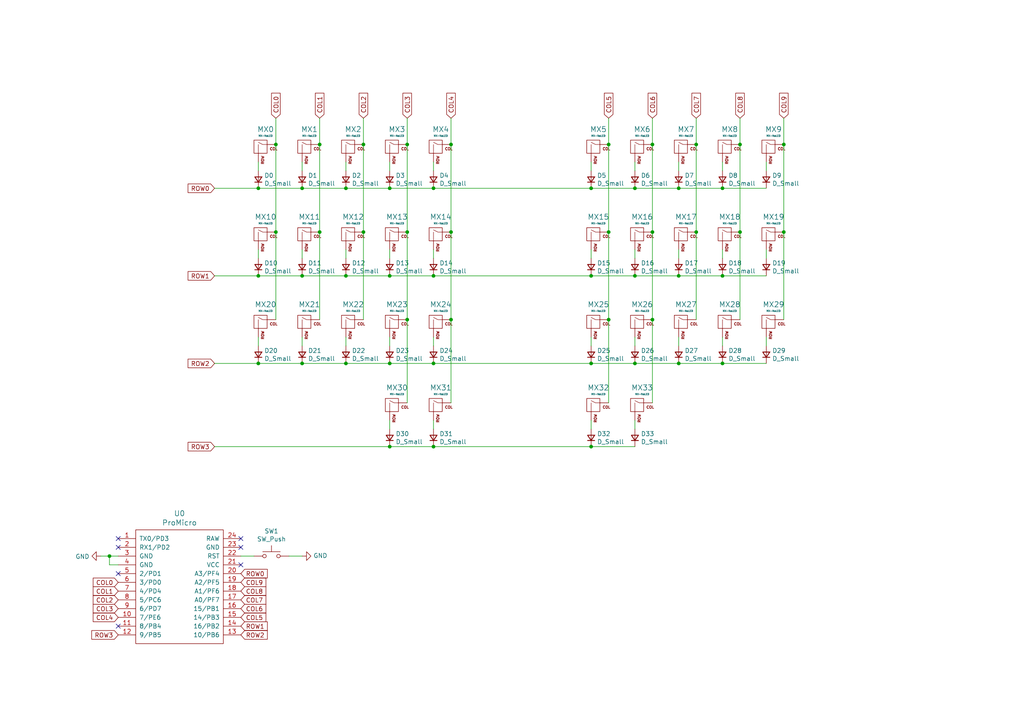
<source format=kicad_sch>
(kicad_sch (version 20211123) (generator eeschema)
  (paper "A4")
  (lib_symbols
    (symbol "Device:D_Small" (pin_numbers hide) (pin_names (offset 0.254) hide)
      (property "Reference" "D" (at -1.27 2.032 0))
      (property "Value" "D_Small" (at -3.81 -2.032 0))
      (symbol "D_Small_0_1"
        (polyline (pts (xy -0.762 -1.016) (xy -0.762 1.016)) (stroke (width 0.254)))
        (polyline (pts (xy -0.762 0) (xy 0.762 0)))
        (polyline (pts (xy 0.762 -1.016) (xy -0.762 0) (xy 0.762 1.016) (xy 0.762 -1.016)) (stroke (width 0.254)))
      )
      (symbol "D_Small_1_1"
        (pin passive line (at -2.54 0 0) (length 1.778) (name "K") (number "1"))
        (pin passive line (at 2.54 0 180) (length 1.778) (name "A") (number "2"))
      )
    )
    (symbol "Switch:SW_Push" (pin_numbers hide) (pin_names (offset 1.016) hide)
      (property "Reference" "SW" (at 1.27 2.54 0))
      (property "Value" "SW_Push" (at 0 -1.524 0))
      (symbol "SW_Push_0_1"
        (circle (center -2.032 0) (radius 0.508))
        (polyline (pts (xy 0 1.27) (xy 0 3.048)))
        (polyline (pts (xy 2.54 1.27) (xy -2.54 1.27)))
        (circle (center 2.032 0) (radius 0.508))
        (pin passive line (at -5.08 0 0) (length 2.54) (name "1") (number "1"))
        (pin passive line (at 5.08 0 180) (length 2.54) (name "2") (number "2"))
      )
    )
    (symbol "keebwird:MX-NoLED" (pin_names (offset 1.016))
      (property "Reference" "MX" (at -0.635 3.81 0))
      (property "Value" "MX-NoLED" (at -0.635 1.27 0))
      (symbol "MX-NoLED_0_0"
        (rectangle (start -2.54 2.54) (end 1.27 -1.27))
        (polyline (pts (xy -1.27 -1.27) (xy -1.27 1.27)) (stroke (width 0.127)))
        (polyline (pts (xy 1.27 1.27) (xy 0 1.27) (xy -1.27 1.905)) (stroke (width 0.127)))
        (text "COL" (at 3.175 0 0) (effects (font (size 0.762 0.762))))
        (text "ROW" (at 0 -1.905 900) (effects (font (size 0.762 0.762)) (justify right)))
      )
      (symbol "MX-NoLED_1_1"
        (pin passive line (at 3.81 1.27 180) (length 2.54) (name "COL") (number "1"))
        (pin passive line (at -1.27 -3.81 90) (length 2.54) (name "ROW") (number "2"))
      )
    )
    (symbol "keebwird:ProMicro" (pin_names (offset 1.016))
      (property "Reference" "U" (at 0 0 0))
      (property "Value" "ProMicro" (at 0 -19.05 0))
      (symbol "ProMicro_0_1"
        (rectangle (start -12.7 -16.51) (end 12.7 16.51))
      )
      (symbol "ProMicro_1_1"
        (pin input line (at -17.78 13.97 0) (length 5.08) (name "TX0/PD3") (number "1"))
        (pin input line (at -17.78 -8.89 0) (length 5.08) (name "7/PE6") (number "10"))
        (pin input line (at -17.78 -11.43 0) (length 5.08) (name "8/PB4") (number "11"))
        (pin input line (at -17.78 -13.97 0) (length 5.08) (name "9/PB5") (number "12"))
        (pin input line (at 17.78 -13.97 180) (length 5.08) (name "10/PB6") (number "13"))
        (pin input line (at 17.78 -11.43 180) (length 5.08) (name "16/PB2") (number "14"))
        (pin input line (at 17.78 -8.89 180) (length 5.08) (name "14/PB3") (number "15"))
        (pin input line (at 17.78 -6.35 180) (length 5.08) (name "15/PB1") (number "16"))
        (pin input line (at 17.78 -3.81 180) (length 5.08) (name "A0/PF7") (number "17"))
        (pin input line (at 17.78 -1.27 180) (length 5.08) (name "A1/PF6") (number "18"))
        (pin input line (at 17.78 1.27 180) (length 5.08) (name "A2/PF5") (number "19"))
        (pin input line (at -17.78 11.43 0) (length 5.08) (name "RX1/PD2") (number "2"))
        (pin input line (at 17.78 3.81 180) (length 5.08) (name "A3/PF4") (number "20"))
        (pin input line (at 17.78 6.35 180) (length 5.08) (name "VCC") (number "21"))
        (pin input line (at 17.78 8.89 180) (length 5.08) (name "RST") (number "22"))
        (pin input line (at 17.78 11.43 180) (length 5.08) (name "GND") (number "23"))
        (pin input line (at 17.78 13.97 180) (length 5.08) (name "RAW") (number "24"))
        (pin input line (at -17.78 8.89 0) (length 5.08) (name "GND") (number "3"))
        (pin input line (at -17.78 6.35 0) (length 5.08) (name "GND") (number "4"))
        (pin input line (at -17.78 3.81 0) (length 5.08) (name "2/PD1") (number "5"))
        (pin input line (at -17.78 1.27 0) (length 5.08) (name "3/PD0") (number "6"))
        (pin input line (at -17.78 -1.27 0) (length 5.08) (name "4/PD4") (number "7"))
        (pin input line (at -17.78 -3.81 0) (length 5.08) (name "5/PC6") (number "8"))
        (pin input line (at -17.78 -6.35 0) (length 5.08) (name "6/PD7") (number "9"))
      )
    )
    (symbol "power:GND" (power) (pin_names (offset 0))
      (property "Value" "GND" (at 0 -3.81 0))
      (symbol "GND_0_1"
        (polyline (pts (xy 0 0) (xy 0 -1.27) (xy 1.27 -1.27) (xy 0 -2.54) (xy -1.27 -1.27) (xy 0 -1.27)))
      )
      (symbol "GND_1_1"
        (pin power_in line (at 0 0 270) (length 0) hide (name "GND") (number "1"))
      )
    )
  )
  (junction (at 196.85 80.01))
  (junction (at 176.53 67.31))
  (junction (at 196.85 54.61))
  (junction (at 130.81 41.91))
  (junction (at 176.53 41.91))
  (junction (at 87.63 80.01))
  (junction (at 130.81 92.71))
  (junction (at 201.93 67.31))
  (junction (at 184.15 54.61))
  (junction (at 214.63 41.91))
  (junction (at 100.33 80.01))
  (junction (at 74.93 54.61))
  (junction (at 189.23 41.91))
  (junction (at 87.63 54.61))
  (junction (at 209.55 105.41))
  (junction (at 227.33 67.31))
  (junction (at 171.45 129.54))
  (junction (at 184.15 105.41))
  (junction (at 113.03 105.41))
  (junction (at 125.73 54.61))
  (junction (at 125.73 80.01))
  (junction (at 171.45 105.41))
  (junction (at 227.33 41.91))
  (junction (at 196.85 105.41))
  (junction (at 105.41 41.91))
  (junction (at 80.01 67.31))
  (junction (at 184.15 80.01))
  (junction (at 214.63 67.31))
  (junction (at 92.71 41.91))
  (junction (at 80.01 41.91))
  (junction (at 100.33 54.61))
  (junction (at 118.11 67.31))
  (junction (at 74.93 105.41))
  (junction (at 113.03 129.54))
  (junction (at 176.53 92.71))
  (junction (at 118.11 41.91))
  (junction (at 118.11 92.71))
  (junction (at 171.45 54.61))
  (junction (at 189.23 67.31))
  (junction (at 113.03 54.61))
  (junction (at 113.03 80.01))
  (junction (at 125.73 129.54))
  (junction (at 100.33 105.41))
  (junction (at 130.81 67.31))
  (junction (at 209.55 54.61))
  (junction (at 87.63 105.41))
  (junction (at 105.41 67.31))
  (junction (at 171.45 80.01))
  (junction (at 92.71 67.31))
  (junction (at 74.93 80.01))
  (junction (at 189.23 92.71))
  (junction (at 31.75 161.29))
  (junction (at 201.93 41.91))
  (junction (at 125.73 105.41))
  (junction (at 209.55 80.01))
  (no_connect (at 34.29 158.75))
  (no_connect (at 69.85 158.75))
  (no_connect (at 69.85 163.83))
  (no_connect (at 34.29 156.21))
  (no_connect (at 69.85 156.21))
  (no_connect (at 34.29 166.37))
  (no_connect (at 34.29 181.61))
  (wire (pts (xy 222.25 72.39) (xy 222.25 74.93)))
  (wire (pts (xy 130.81 116.84) (xy 130.81 92.71)))
  (wire (pts (xy 201.93 67.31) (xy 201.93 92.71)))
  (wire (pts (xy 184.15 121.92) (xy 184.15 124.46)))
  (wire (pts (xy 184.15 105.41) (xy 196.85 105.41)))
  (wire (pts (xy 125.73 46.99) (xy 125.73 49.53)))
  (wire (pts (xy 87.63 72.39) (xy 87.63 74.93)))
  (wire (pts (xy 189.23 116.84) (xy 189.23 92.71)))
  (wire (pts (xy 196.85 54.61) (xy 209.55 54.61)))
  (wire (pts (xy 118.11 34.29) (xy 118.11 41.91)))
  (wire (pts (xy 171.45 105.41) (xy 184.15 105.41)))
  (wire (pts (xy 31.75 161.29) (xy 34.29 161.29)))
  (wire (pts (xy 113.03 129.54) (xy 125.73 129.54)))
  (wire (pts (xy 87.63 46.99) (xy 87.63 49.53)))
  (wire (pts (xy 125.73 97.79) (xy 125.73 100.33)))
  (wire (pts (xy 189.23 34.29) (xy 189.23 41.91)))
  (wire (pts (xy 31.75 163.83) (xy 34.29 163.83)))
  (wire (pts (xy 176.53 41.91) (xy 176.53 67.31)))
  (wire (pts (xy 113.03 46.99) (xy 113.03 49.53)))
  (wire (pts (xy 62.23 105.41) (xy 74.93 105.41)))
  (wire (pts (xy 74.93 54.61) (xy 87.63 54.61)))
  (wire (pts (xy 118.11 92.71) (xy 118.11 116.84)))
  (wire (pts (xy 176.53 92.71) (xy 176.53 116.84)))
  (wire (pts (xy 113.03 97.79) (xy 113.03 100.33)))
  (wire (pts (xy 184.15 80.01) (xy 196.85 80.01)))
  (wire (pts (xy 184.15 54.61) (xy 196.85 54.61)))
  (wire (pts (xy 209.55 105.41) (xy 222.25 105.41)))
  (wire (pts (xy 113.03 105.41) (xy 125.73 105.41)))
  (wire (pts (xy 209.55 72.39) (xy 209.55 74.93)))
  (wire (pts (xy 130.81 67.31) (xy 130.81 92.71)))
  (wire (pts (xy 222.25 97.79) (xy 222.25 100.33)))
  (wire (pts (xy 214.63 34.29) (xy 214.63 41.91)))
  (wire (pts (xy 100.33 80.01) (xy 113.03 80.01)))
  (wire (pts (xy 196.85 97.79) (xy 196.85 100.33)))
  (wire (pts (xy 171.45 97.79) (xy 171.45 100.33)))
  (wire (pts (xy 196.85 72.39) (xy 196.85 74.93)))
  (wire (pts (xy 201.93 34.29) (xy 201.93 41.91)))
  (wire (pts (xy 62.23 129.54) (xy 113.03 129.54)))
  (wire (pts (xy 176.53 34.29) (xy 176.53 41.91)))
  (wire (pts (xy 29.21 161.29) (xy 31.75 161.29)))
  (wire (pts (xy 227.33 92.71) (xy 227.33 67.31)))
  (wire (pts (xy 227.33 41.91) (xy 227.33 34.29)))
  (wire (pts (xy 171.45 72.39) (xy 171.45 74.93)))
  (wire (pts (xy 105.41 41.91) (xy 105.41 67.31)))
  (wire (pts (xy 92.71 67.31) (xy 92.71 92.71)))
  (wire (pts (xy 189.23 41.91) (xy 189.23 67.31)))
  (wire (pts (xy 87.63 97.79) (xy 87.63 100.33)))
  (wire (pts (xy 80.01 41.91) (xy 80.01 67.31)))
  (wire (pts (xy 118.11 41.91) (xy 118.11 67.31)))
  (wire (pts (xy 74.93 105.41) (xy 87.63 105.41)))
  (wire (pts (xy 201.93 41.91) (xy 201.93 67.31)))
  (wire (pts (xy 83.82 161.29) (xy 87.63 161.29)))
  (wire (pts (xy 100.33 54.61) (xy 113.03 54.61)))
  (wire (pts (xy 31.75 161.29) (xy 31.75 163.83)))
  (wire (pts (xy 74.93 72.39) (xy 74.93 74.93)))
  (wire (pts (xy 214.63 67.31) (xy 214.63 92.71)))
  (wire (pts (xy 73.66 161.29) (xy 69.85 161.29)))
  (wire (pts (xy 184.15 46.99) (xy 184.15 49.53)))
  (wire (pts (xy 100.33 46.99) (xy 100.33 49.53)))
  (wire (pts (xy 196.85 105.41) (xy 209.55 105.41)))
  (wire (pts (xy 80.01 67.31) (xy 80.01 92.71)))
  (wire (pts (xy 125.73 121.92) (xy 125.73 124.46)))
  (wire (pts (xy 100.33 97.79) (xy 100.33 100.33)))
  (wire (pts (xy 130.81 34.29) (xy 130.81 41.91)))
  (wire (pts (xy 171.45 54.61) (xy 184.15 54.61)))
  (wire (pts (xy 125.73 54.61) (xy 171.45 54.61)))
  (wire (pts (xy 74.93 80.01) (xy 87.63 80.01)))
  (wire (pts (xy 62.23 80.01) (xy 74.93 80.01)))
  (wire (pts (xy 176.53 67.31) (xy 176.53 92.71)))
  (wire (pts (xy 196.85 46.99) (xy 196.85 49.53)))
  (wire (pts (xy 222.25 46.99) (xy 222.25 49.53)))
  (wire (pts (xy 189.23 67.31) (xy 189.23 92.71)))
  (wire (pts (xy 209.55 80.01) (xy 222.25 80.01)))
  (wire (pts (xy 209.55 46.99) (xy 209.55 49.53)))
  (wire (pts (xy 92.71 34.29) (xy 92.71 41.91)))
  (wire (pts (xy 118.11 67.31) (xy 118.11 92.71)))
  (wire (pts (xy 171.45 121.92) (xy 171.45 124.46)))
  (wire (pts (xy 125.73 105.41) (xy 171.45 105.41)))
  (wire (pts (xy 209.55 54.61) (xy 222.25 54.61)))
  (wire (pts (xy 105.41 34.29) (xy 105.41 41.91)))
  (wire (pts (xy 171.45 129.54) (xy 184.15 129.54)))
  (wire (pts (xy 113.03 72.39) (xy 113.03 74.93)))
  (wire (pts (xy 227.33 67.31) (xy 227.33 41.91)))
  (wire (pts (xy 87.63 54.61) (xy 100.33 54.61)))
  (wire (pts (xy 74.93 46.99) (xy 74.93 49.53)))
  (wire (pts (xy 125.73 129.54) (xy 171.45 129.54)))
  (wire (pts (xy 113.03 54.61) (xy 125.73 54.61)))
  (wire (pts (xy 87.63 80.01) (xy 100.33 80.01)))
  (wire (pts (xy 113.03 80.01) (xy 125.73 80.01)))
  (wire (pts (xy 113.03 121.92) (xy 113.03 124.46)))
  (wire (pts (xy 184.15 97.79) (xy 184.15 100.33)))
  (wire (pts (xy 125.73 72.39) (xy 125.73 74.93)))
  (wire (pts (xy 171.45 80.01) (xy 184.15 80.01)))
  (wire (pts (xy 100.33 72.39) (xy 100.33 74.93)))
  (wire (pts (xy 184.15 72.39) (xy 184.15 74.93)))
  (wire (pts (xy 92.71 41.91) (xy 92.71 67.31)))
  (wire (pts (xy 105.41 67.31) (xy 105.41 92.71)))
  (wire (pts (xy 196.85 80.01) (xy 209.55 80.01)))
  (wire (pts (xy 214.63 41.91) (xy 214.63 67.31)))
  (wire (pts (xy 87.63 105.41) (xy 100.33 105.41)))
  (wire (pts (xy 80.01 34.29) (xy 80.01 41.91)))
  (wire (pts (xy 62.23 54.61) (xy 74.93 54.61)))
  (wire (pts (xy 130.81 41.91) (xy 130.81 67.31)))
  (wire (pts (xy 74.93 97.79) (xy 74.93 100.33)))
  (wire (pts (xy 100.33 105.41) (xy 113.03 105.41)))
  (wire (pts (xy 171.45 46.99) (xy 171.45 49.53)))
  (wire (pts (xy 209.55 97.79) (xy 209.55 100.33)))
  (wire (pts (xy 125.73 80.01) (xy 171.45 80.01)))
  (global_label "ROW0" (shape input) (at 69.85 166.37 0) (property "Intersheet References" "${INTERSHEET_REFS}" (effects hide)))
  (global_label "COL9" (shape input) (at 227.33 34.29 90) (property "Intersheet References" "${INTERSHEET_REFS}" (effects hide)))
  (global_label "ROW1" (shape input) (at 69.85 181.61 0) (property "Intersheet References" "${INTERSHEET_REFS}" (effects hide)))
  (global_label "ROW2" (shape input) (at 62.23 105.41 180) (property "Intersheet References" "${INTERSHEET_REFS}" (effects hide)))
  (global_label "ROW0" (shape input) (at 62.23 54.61 180) (property "Intersheet References" "${INTERSHEET_REFS}" (effects hide)))
  (global_label "COL3" (shape input) (at 118.11 34.29 90) (property "Intersheet References" "${INTERSHEET_REFS}" (effects hide)))
  (global_label "COL2" (shape input) (at 34.29 173.99 180) (property "Intersheet References" "${INTERSHEET_REFS}" (effects hide)))
  (global_label "ROW3" (shape input) (at 62.23 129.54 180) (property "Intersheet References" "${INTERSHEET_REFS}" (effects hide)))
  (global_label "ROW1" (shape input) (at 62.23 80.01 180) (property "Intersheet References" "${INTERSHEET_REFS}" (effects hide)))
  (global_label "COL1" (shape input) (at 92.71 34.29 90) (property "Intersheet References" "${INTERSHEET_REFS}" (effects hide)))
  (global_label "COL4" (shape input) (at 34.29 179.07 180) (property "Intersheet References" "${INTERSHEET_REFS}" (effects hide)))
  (global_label "COL3" (shape input) (at 34.29 176.53 180) (property "Intersheet References" "${INTERSHEET_REFS}" (effects hide)))
  (global_label "COL5" (shape input) (at 69.85 179.07 0) (property "Intersheet References" "${INTERSHEET_REFS}" (effects hide)))
  (global_label "COL9" (shape input) (at 69.85 168.91 0) (property "Intersheet References" "${INTERSHEET_REFS}" (effects hide)))
  (global_label "COL7" (shape input) (at 201.93 34.29 90) (property "Intersheet References" "${INTERSHEET_REFS}" (effects hide)))
  (global_label "COL6" (shape input) (at 189.23 34.29 90) (property "Intersheet References" "${INTERSHEET_REFS}" (effects hide)))
  (global_label "COL2" (shape input) (at 105.41 34.29 90) (property "Intersheet References" "${INTERSHEET_REFS}" (effects hide)))
  (global_label "COL0" (shape input) (at 80.01 34.29 90) (property "Intersheet References" "${INTERSHEET_REFS}" (effects hide)))
  (global_label "ROW2" (shape input) (at 69.85 184.15 0) (property "Intersheet References" "${INTERSHEET_REFS}" (effects hide)))
  (global_label "COL1" (shape input) (at 34.29 171.45 180) (property "Intersheet References" "${INTERSHEET_REFS}" (effects hide)))
  (global_label "COL6" (shape input) (at 69.85 176.53 0) (property "Intersheet References" "${INTERSHEET_REFS}" (effects hide)))
  (global_label "COL8" (shape input) (at 69.85 171.45 0) (property "Intersheet References" "${INTERSHEET_REFS}" (effects hide)))
  (global_label "COL7" (shape input) (at 69.85 173.99 0) (property "Intersheet References" "${INTERSHEET_REFS}" (effects hide)))
  (global_label "COL5" (shape input) (at 176.53 34.29 90) (property "Intersheet References" "${INTERSHEET_REFS}" (effects hide)))
  (global_label "COL0" (shape input) (at 34.29 168.91 180) (property "Intersheet References" "${INTERSHEET_REFS}" (effects hide)))
  (global_label "COL8" (shape input) (at 214.63 34.29 90) (property "Intersheet References" "${INTERSHEET_REFS}" (effects hide)))
  (global_label "COL4" (shape input) (at 130.81 34.29 90) (property "Intersheet References" "${INTERSHEET_REFS}" (effects hide)))
  (global_label "ROW3" (shape input) (at 34.29 184.15 180) (property "Intersheet References" "${INTERSHEET_REFS}" (effects hide)))
  (symbol (lib_id "keebwird:MX-NoLED") (at 76.2 43.18 0) (unit 1)
    (property "Reference" "MX0" (at 77.0382 37.5158 0) (effects (font (size 1.524 1.524))))
    (property "Value" "MX-NoLED" (at 77.0382 39.3954 0) (effects (font (size 0.508 0.508))))
    (property "Footprint" "keebwird:KailhChoc-1U" (effects hide))
  )
  (symbol (lib_id "Device:D_Small") (at 74.93 52.07 90) (unit 1)
    (property "Reference" "D0" (at 76.6572 50.9016 90) (effects (justify right)))
    (property "Value" "D_Small" (at 76.6572 53.213 90) (effects (justify right)))
    (property "Footprint" "keebwird:Diode" (effects hide))
  )
  (symbol (lib_id "keebwird:MX-NoLED") (at 88.9 43.18 0) (unit 1)
    (property "Reference" "MX1" (at 89.7382 37.5158 0) (effects (font (size 1.524 1.524))))
    (property "Value" "MX-NoLED" (at 89.7382 39.3954 0) (effects (font (size 0.508 0.508))))
    (property "Footprint" "keebwird:KailhChoc-1U" (effects hide))
  )
  (symbol (lib_id "Device:D_Small") (at 87.63 52.07 90) (unit 1)
    (property "Reference" "D1" (at 89.3572 50.9016 90) (effects (justify right)))
    (property "Value" "D_Small" (at 89.3572 53.213 90) (effects (justify right)))
    (property "Footprint" "keebwird:Diode" (effects hide))
  )
  (symbol (lib_id "keebwird:MX-NoLED") (at 101.6 43.18 0) (unit 1)
    (property "Reference" "MX2" (at 102.4382 37.5158 0) (effects (font (size 1.524 1.524))))
    (property "Value" "MX-NoLED" (at 102.4382 39.3954 0) (effects (font (size 0.508 0.508))))
    (property "Footprint" "keebwird:KailhChoc-1U" (effects hide))
  )
  (symbol (lib_id "Device:D_Small") (at 100.33 52.07 90) (unit 1)
    (property "Reference" "D2" (at 102.0572 50.9016 90) (effects (justify right)))
    (property "Value" "D_Small" (at 102.0572 53.213 90) (effects (justify right)))
    (property "Footprint" "keebwird:Diode" (effects hide))
  )
  (symbol (lib_id "keebwird:MX-NoLED") (at 114.3 43.18 0) (unit 1)
    (property "Reference" "MX3" (at 115.1382 37.5158 0) (effects (font (size 1.524 1.524))))
    (property "Value" "MX-NoLED" (at 115.1382 39.3954 0) (effects (font (size 0.508 0.508))))
    (property "Footprint" "keebwird:KailhChoc-1U" (effects hide))
  )
  (symbol (lib_id "Device:D_Small") (at 113.03 52.07 90) (unit 1)
    (property "Reference" "D3" (at 114.7572 50.9016 90) (effects (justify right)))
    (property "Value" "D_Small" (at 114.7572 53.213 90) (effects (justify right)))
    (property "Footprint" "keebwird:Diode" (effects hide))
  )
  (symbol (lib_id "keebwird:MX-NoLED") (at 127 43.18 0) (unit 1)
    (property "Reference" "MX4" (at 127.8382 37.5158 0) (effects (font (size 1.524 1.524))))
    (property "Value" "MX-NoLED" (at 127.8382 39.3954 0) (effects (font (size 0.508 0.508))))
    (property "Footprint" "keebwird:KailhChoc-1U" (effects hide))
  )
  (symbol (lib_id "Device:D_Small") (at 125.73 52.07 90) (unit 1)
    (property "Reference" "D4" (at 127.4572 50.9016 90) (effects (justify right)))
    (property "Value" "D_Small" (at 127.4572 53.213 90) (effects (justify right)))
    (property "Footprint" "keebwird:Diode" (effects hide))
  )
  (symbol (lib_id "keebwird:MX-NoLED") (at 172.72 43.18 0) (unit 1)
    (property "Reference" "MX5" (at 173.5582 37.5158 0) (effects (font (size 1.524 1.524))))
    (property "Value" "MX-NoLED" (at 173.5582 39.3954 0) (effects (font (size 0.508 0.508))))
    (property "Footprint" "keebwird:KailhChoc-1U" (effects hide))
  )
  (symbol (lib_id "Device:D_Small") (at 171.45 52.07 90) (unit 1)
    (property "Reference" "D5" (at 173.1772 50.9016 90) (effects (justify right)))
    (property "Value" "D_Small" (at 173.1772 53.213 90) (effects (justify right)))
    (property "Footprint" "keebwird:Diode" (effects hide))
  )
  (symbol (lib_id "keebwird:MX-NoLED") (at 185.42 43.18 0) (unit 1)
    (property "Reference" "MX6" (at 186.2582 37.5158 0) (effects (font (size 1.524 1.524))))
    (property "Value" "MX-NoLED" (at 186.2582 39.3954 0) (effects (font (size 0.508 0.508))))
    (property "Footprint" "keebwird:KailhChoc-1U" (effects hide))
  )
  (symbol (lib_id "Device:D_Small") (at 184.15 52.07 90) (unit 1)
    (property "Reference" "D6" (at 185.8772 50.9016 90) (effects (justify right)))
    (property "Value" "D_Small" (at 185.8772 53.213 90) (effects (justify right)))
    (property "Footprint" "keebwird:Diode" (effects hide))
  )
  (symbol (lib_id "keebwird:MX-NoLED") (at 198.12 43.18 0) (unit 1)
    (property "Reference" "MX7" (at 198.9582 37.5158 0) (effects (font (size 1.524 1.524))))
    (property "Value" "MX-NoLED" (at 198.9582 39.3954 0) (effects (font (size 0.508 0.508))))
    (property "Footprint" "keebwird:KailhChoc-1U" (effects hide))
  )
  (symbol (lib_id "Device:D_Small") (at 196.85 52.07 90) (unit 1)
    (property "Reference" "D7" (at 198.5772 50.9016 90) (effects (justify right)))
    (property "Value" "D_Small" (at 198.5772 53.213 90) (effects (justify right)))
    (property "Footprint" "keebwird:Diode" (effects hide))
  )
  (symbol (lib_id "keebwird:MX-NoLED") (at 210.82 43.18 0) (unit 1)
    (property "Reference" "MX8" (at 211.6582 37.5158 0) (effects (font (size 1.524 1.524))))
    (property "Value" "MX-NoLED" (at 211.6582 39.3954 0) (effects (font (size 0.508 0.508))))
    (property "Footprint" "keebwird:KailhChoc-1U" (effects hide))
  )
  (symbol (lib_id "Device:D_Small") (at 209.55 52.07 90) (unit 1)
    (property "Reference" "D8" (at 211.2772 50.9016 90) (effects (justify right)))
    (property "Value" "D_Small" (at 211.2772 53.213 90) (effects (justify right)))
    (property "Footprint" "keebwird:Diode" (effects hide))
  )
  (symbol (lib_id "keebwird:MX-NoLED") (at 223.52 43.18 0) (unit 1)
    (property "Reference" "MX9" (at 224.3582 37.5158 0) (effects (font (size 1.524 1.524))))
    (property "Value" "MX-NoLED" (at 224.3582 39.3954 0) (effects (font (size 0.508 0.508))))
    (property "Footprint" "keebwird:KailhChoc-1U" (effects hide))
  )
  (symbol (lib_id "Device:D_Small") (at 222.25 52.07 90) (unit 1)
    (property "Reference" "D9" (at 223.9772 50.9016 90) (effects (justify right)))
    (property "Value" "D_Small" (at 223.9772 53.213 90) (effects (justify right)))
    (property "Footprint" "keebwird:Diode" (effects hide))
  )
  (symbol (lib_id "keebwird:MX-NoLED") (at 76.2 68.58 0) (unit 1)
    (property "Reference" "MX10" (at 77.0382 62.9158 0) (effects (font (size 1.524 1.524))))
    (property "Value" "MX-NoLED" (at 77.0382 64.7954 0) (effects (font (size 0.508 0.508))))
    (property "Footprint" "keebwird:KailhChoc-1U" (effects hide))
  )
  (symbol (lib_id "Device:D_Small") (at 74.93 77.47 90) (unit 1)
    (property "Reference" "D10" (at 76.6572 76.3016 90) (effects (justify right)))
    (property "Value" "D_Small" (at 76.6572 78.613 90) (effects (justify right)))
    (property "Footprint" "keebwird:Diode" (effects hide))
  )
  (symbol (lib_id "keebwird:MX-NoLED") (at 88.9 68.58 0) (unit 1)
    (property "Reference" "MX11" (at 89.7382 62.9158 0) (effects (font (size 1.524 1.524))))
    (property "Value" "MX-NoLED" (at 89.7382 64.7954 0) (effects (font (size 0.508 0.508))))
    (property "Footprint" "keebwird:KailhChoc-1U" (effects hide))
  )
  (symbol (lib_id "Device:D_Small") (at 87.63 77.47 90) (unit 1)
    (property "Reference" "D11" (at 89.3572 76.3016 90) (effects (justify right)))
    (property "Value" "D_Small" (at 89.3572 78.613 90) (effects (justify right)))
    (property "Footprint" "keebwird:Diode" (effects hide))
  )
  (symbol (lib_id "keebwird:MX-NoLED") (at 101.6 68.58 0) (unit 1)
    (property "Reference" "MX12" (at 102.4382 62.9158 0) (effects (font (size 1.524 1.524))))
    (property "Value" "MX-NoLED" (at 102.4382 64.7954 0) (effects (font (size 0.508 0.508))))
    (property "Footprint" "keebwird:KailhChoc-1U" (effects hide))
  )
  (symbol (lib_id "Device:D_Small") (at 100.33 77.47 90) (unit 1)
    (property "Reference" "D12" (at 102.0572 76.3016 90) (effects (justify right)))
    (property "Value" "D_Small" (at 102.0572 78.613 90) (effects (justify right)))
    (property "Footprint" "keebwird:Diode" (effects hide))
  )
  (symbol (lib_id "keebwird:MX-NoLED") (at 114.3 68.58 0) (unit 1)
    (property "Reference" "MX13" (at 115.1382 62.9158 0) (effects (font (size 1.524 1.524))))
    (property "Value" "MX-NoLED" (at 115.1382 64.7954 0) (effects (font (size 0.508 0.508))))
    (property "Footprint" "keebwird:KailhChoc-1U" (effects hide))
  )
  (symbol (lib_id "Device:D_Small") (at 113.03 77.47 90) (unit 1)
    (property "Reference" "D13" (at 114.7572 76.3016 90) (effects (justify right)))
    (property "Value" "D_Small" (at 114.7572 78.613 90) (effects (justify right)))
    (property "Footprint" "keebwird:Diode" (effects hide))
  )
  (symbol (lib_id "keebwird:MX-NoLED") (at 127 68.58 0) (unit 1)
    (property "Reference" "MX14" (at 127.8382 62.9158 0) (effects (font (size 1.524 1.524))))
    (property "Value" "MX-NoLED" (at 127.8382 64.7954 0) (effects (font (size 0.508 0.508))))
    (property "Footprint" "keebwird:KailhChoc-1U" (effects hide))
  )
  (symbol (lib_id "Device:D_Small") (at 125.73 77.47 90) (unit 1)
    (property "Reference" "D14" (at 127.4572 76.3016 90) (effects (justify right)))
    (property "Value" "D_Small" (at 127.4572 78.613 90) (effects (justify right)))
    (property "Footprint" "keebwird:Diode" (effects hide))
  )
  (symbol (lib_id "keebwird:MX-NoLED") (at 172.72 68.58 0) (unit 1)
    (property "Reference" "MX15" (at 173.5582 62.9158 0) (effects (font (size 1.524 1.524))))
    (property "Value" "MX-NoLED" (at 173.5582 64.7954 0) (effects (font (size 0.508 0.508))))
    (property "Footprint" "keebwird:KailhChoc-1U" (effects hide))
  )
  (symbol (lib_id "Device:D_Small") (at 171.45 77.47 90) (unit 1)
    (property "Reference" "D15" (at 173.1772 76.3016 90) (effects (justify right)))
    (property "Value" "D_Small" (at 173.1772 78.613 90) (effects (justify right)))
    (property "Footprint" "keebwird:Diode" (effects hide))
  )
  (symbol (lib_id "keebwird:MX-NoLED") (at 185.42 68.58 0) (unit 1)
    (property "Reference" "MX16" (at 186.2582 62.9158 0) (effects (font (size 1.524 1.524))))
    (property "Value" "MX-NoLED" (at 186.2582 64.7954 0) (effects (font (size 0.508 0.508))))
    (property "Footprint" "keebwird:KailhChoc-1U" (effects hide))
  )
  (symbol (lib_id "Device:D_Small") (at 184.15 77.47 90) (unit 1)
    (property "Reference" "D16" (at 185.8772 76.3016 90) (effects (justify right)))
    (property "Value" "D_Small" (at 185.8772 78.613 90) (effects (justify right)))
    (property "Footprint" "keebwird:Diode" (effects hide))
  )
  (symbol (lib_id "keebwird:MX-NoLED") (at 198.12 68.58 0) (unit 1)
    (property "Reference" "MX17" (at 198.9582 62.9158 0) (effects (font (size 1.524 1.524))))
    (property "Value" "MX-NoLED" (at 198.9582 64.7954 0) (effects (font (size 0.508 0.508))))
    (property "Footprint" "keebwird:KailhChoc-1U" (effects hide))
  )
  (symbol (lib_id "Device:D_Small") (at 196.85 77.47 90) (unit 1)
    (property "Reference" "D17" (at 198.5772 76.3016 90) (effects (justify right)))
    (property "Value" "D_Small" (at 198.5772 78.613 90) (effects (justify right)))
    (property "Footprint" "keebwird:Diode" (effects hide))
  )
  (symbol (lib_id "keebwird:MX-NoLED") (at 210.82 68.58 0) (unit 1)
    (property "Reference" "MX18" (at 211.6582 62.9158 0) (effects (font (size 1.524 1.524))))
    (property "Value" "MX-NoLED" (at 211.6582 64.7954 0) (effects (font (size 0.508 0.508))))
    (property "Footprint" "keebwird:KailhChoc-1U" (effects hide))
  )
  (symbol (lib_id "Device:D_Small") (at 209.55 77.47 90) (unit 1)
    (property "Reference" "D18" (at 211.2772 76.3016 90) (effects (justify right)))
    (property "Value" "D_Small" (at 211.2772 78.613 90) (effects (justify right)))
    (property "Footprint" "keebwird:Diode" (effects hide))
  )
  (symbol (lib_id "keebwird:MX-NoLED") (at 223.52 68.58 0) (unit 1)
    (property "Reference" "MX19" (at 224.3582 62.9158 0) (effects (font (size 1.524 1.524))))
    (property "Value" "MX-NoLED" (at 224.3582 64.7954 0) (effects (font (size 0.508 0.508))))
    (property "Footprint" "keebwird:KailhChoc-1U" (effects hide))
  )
  (symbol (lib_id "Device:D_Small") (at 222.25 77.47 90) (unit 1)
    (property "Reference" "D19" (at 223.9772 76.3016 90) (effects (justify right)))
    (property "Value" "D_Small" (at 223.9772 78.613 90) (effects (justify right)))
    (property "Footprint" "keebwird:Diode" (effects hide))
  )
  (symbol (lib_id "keebwird:MX-NoLED") (at 76.2 93.98 0) (unit 1)
    (property "Reference" "MX20" (at 77.0382 88.3158 0) (effects (font (size 1.524 1.524))))
    (property "Value" "MX-NoLED" (at 77.0382 90.1954 0) (effects (font (size 0.508 0.508))))
    (property "Footprint" "keebwird:KailhChoc-1U" (effects hide))
  )
  (symbol (lib_id "Device:D_Small") (at 74.93 102.87 90) (unit 1)
    (property "Reference" "D20" (at 76.6572 101.7016 90) (effects (justify right)))
    (property "Value" "D_Small" (at 76.6572 104.013 90) (effects (justify right)))
    (property "Footprint" "keebwird:Diode" (effects hide))
  )
  (symbol (lib_id "keebwird:MX-NoLED") (at 88.9 93.98 0) (unit 1)
    (property "Reference" "MX21" (at 89.7382 88.3158 0) (effects (font (size 1.524 1.524))))
    (property "Value" "MX-NoLED" (at 89.7382 90.1954 0) (effects (font (size 0.508 0.508))))
    (property "Footprint" "keebwird:KailhChoc-1U" (effects hide))
  )
  (symbol (lib_id "Device:D_Small") (at 87.63 102.87 90) (unit 1)
    (property "Reference" "D21" (at 89.3572 101.7016 90) (effects (justify right)))
    (property "Value" "D_Small" (at 89.3572 104.013 90) (effects (justify right)))
    (property "Footprint" "keebwird:Diode" (effects hide))
  )
  (symbol (lib_id "keebwird:MX-NoLED") (at 101.6 93.98 0) (unit 1)
    (property "Reference" "MX22" (at 102.4382 88.3158 0) (effects (font (size 1.524 1.524))))
    (property "Value" "MX-NoLED" (at 102.4382 90.1954 0) (effects (font (size 0.508 0.508))))
    (property "Footprint" "keebwird:KailhChoc-1U" (effects hide))
  )
  (symbol (lib_id "Device:D_Small") (at 100.33 102.87 90) (unit 1)
    (property "Reference" "D22" (at 102.0572 101.7016 90) (effects (justify right)))
    (property "Value" "D_Small" (at 102.0572 104.013 90) (effects (justify right)))
    (property "Footprint" "keebwird:Diode" (effects hide))
  )
  (symbol (lib_id "keebwird:MX-NoLED") (at 114.3 93.98 0) (unit 1)
    (property "Reference" "MX23" (at 115.1382 88.3158 0) (effects (font (size 1.524 1.524))))
    (property "Value" "MX-NoLED" (at 115.1382 90.1954 0) (effects (font (size 0.508 0.508))))
    (property "Footprint" "keebwird:KailhChoc-1U" (effects hide))
  )
  (symbol (lib_id "Device:D_Small") (at 113.03 102.87 90) (unit 1)
    (property "Reference" "D23" (at 114.7572 101.7016 90) (effects (justify right)))
    (property "Value" "D_Small" (at 114.7572 104.013 90) (effects (justify right)))
    (property "Footprint" "keebwird:Diode" (effects hide))
  )
  (symbol (lib_id "keebwird:MX-NoLED") (at 127 93.98 0) (unit 1)
    (property "Reference" "MX24" (at 127.8382 88.3158 0) (effects (font (size 1.524 1.524))))
    (property "Value" "MX-NoLED" (at 127.8382 90.1954 0) (effects (font (size 0.508 0.508))))
    (property "Footprint" "keebwird:KailhChoc-1U" (effects hide))
  )
  (symbol (lib_id "Device:D_Small") (at 125.73 102.87 90) (unit 1)
    (property "Reference" "D24" (at 127.4572 101.7016 90) (effects (justify right)))
    (property "Value" "D_Small" (at 127.4572 104.013 90) (effects (justify right)))
    (property "Footprint" "keebwird:Diode" (effects hide))
  )
  (symbol (lib_id "keebwird:MX-NoLED") (at 172.72 93.98 0) (unit 1)
    (property "Reference" "MX25" (at 173.5582 88.3158 0) (effects (font (size 1.524 1.524))))
    (property "Value" "MX-NoLED" (at 173.5582 90.1954 0) (effects (font (size 0.508 0.508))))
    (property "Footprint" "keebwird:KailhChoc-1U" (effects hide))
  )
  (symbol (lib_id "Device:D_Small") (at 171.45 102.87 90) (unit 1)
    (property "Reference" "D25" (at 173.1772 101.7016 90) (effects (justify right)))
    (property "Value" "D_Small" (at 173.1772 104.013 90) (effects (justify right)))
    (property "Footprint" "keebwird:Diode" (effects hide))
  )
  (symbol (lib_id "keebwird:MX-NoLED") (at 185.42 93.98 0) (unit 1)
    (property "Reference" "MX26" (at 186.2582 88.3158 0) (effects (font (size 1.524 1.524))))
    (property "Value" "MX-NoLED" (at 186.2582 90.1954 0) (effects (font (size 0.508 0.508))))
    (property "Footprint" "keebwird:KailhChoc-1U" (effects hide))
  )
  (symbol (lib_id "Device:D_Small") (at 184.15 102.87 90) (unit 1)
    (property "Reference" "D26" (at 185.8772 101.7016 90) (effects (justify right)))
    (property "Value" "D_Small" (at 185.8772 104.013 90) (effects (justify right)))
    (property "Footprint" "keebwird:Diode" (effects hide))
  )
  (symbol (lib_id "keebwird:MX-NoLED") (at 198.12 93.98 0) (unit 1)
    (property "Reference" "MX27" (at 198.9582 88.3158 0) (effects (font (size 1.524 1.524))))
    (property "Value" "MX-NoLED" (at 198.9582 90.1954 0) (effects (font (size 0.508 0.508))))
    (property "Footprint" "keebwird:KailhChoc-1U" (effects hide))
  )
  (symbol (lib_id "Device:D_Small") (at 196.85 102.87 90) (unit 1)
    (property "Reference" "D27" (at 198.5772 101.7016 90) (effects (justify right)))
    (property "Value" "D_Small" (at 198.5772 104.013 90) (effects (justify right)))
    (property "Footprint" "keebwird:Diode" (effects hide))
  )
  (symbol (lib_id "keebwird:MX-NoLED") (at 210.82 93.98 0) (unit 1)
    (property "Reference" "MX28" (at 211.6582 88.3158 0) (effects (font (size 1.524 1.524))))
    (property "Value" "MX-NoLED" (at 211.6582 90.1954 0) (effects (font (size 0.508 0.508))))
    (property "Footprint" "keebwird:KailhChoc-1U" (effects hide))
  )
  (symbol (lib_id "Device:D_Small") (at 209.55 102.87 90) (unit 1)
    (property "Reference" "D28" (at 211.2772 101.7016 90) (effects (justify right)))
    (property "Value" "D_Small" (at 211.2772 104.013 90) (effects (justify right)))
    (property "Footprint" "keebwird:Diode" (effects hide))
  )
  (symbol (lib_id "keebwird:MX-NoLED") (at 223.52 93.98 0) (unit 1)
    (property "Reference" "MX29" (at 224.3582 88.3158 0) (effects (font (size 1.524 1.524))))
    (property "Value" "MX-NoLED" (at 224.3582 90.1954 0) (effects (font (size 0.508 0.508))))
    (property "Footprint" "keebwird:KailhChoc-1U" (effects hide))
  )
  (symbol (lib_id "Device:D_Small") (at 222.25 102.87 90) (unit 1)
    (property "Reference" "D29" (at 223.9772 101.7016 90) (effects (justify right)))
    (property "Value" "D_Small" (at 223.9772 104.013 90) (effects (justify right)))
    (property "Footprint" "keebwird:Diode" (effects hide))
  )
  (symbol (lib_id "keebwird:MX-NoLED") (at 114.3 118.11 0) (unit 1)
    (property "Reference" "MX30" (at 115.1382 112.4458 0) (effects (font (size 1.524 1.524))))
    (property "Value" "MX-NoLED" (at 115.1382 114.3254 0) (effects (font (size 0.508 0.508))))
    (property "Footprint" "keebwird:KailhChoc-1U" (effects hide))
  )
  (symbol (lib_id "Device:D_Small") (at 113.03 127 90) (unit 1)
    (property "Reference" "D30" (at 114.7572 125.8316 90) (effects (justify right)))
    (property "Value" "D_Small" (at 114.7572 128.143 90) (effects (justify right)))
    (property "Footprint" "keebwird:Diode" (effects hide))
  )
  (symbol (lib_id "keebwird:ProMicro") (at 52.07 170.18 0) (unit 1)
    (property "Reference" "U0" (at 52.07 148.9202 0) (effects (font (size 1.524 1.524))))
    (property "Value" "ProMicro" (at 52.07 151.6126 0) (effects (font (size 1.524 1.524))))
    (property "Footprint" "keebwird:ArduinoProMicro" (effects hide))
  )
  (symbol (lib_id "Device:D_Small") (at 125.73 127 90) (unit 1)
    (property "Reference" "D31" (at 127.4572 125.8316 90) (effects (justify right)))
    (property "Value" "D_Small" (at 127.4572 128.143 90) (effects (justify right)))
    (property "Footprint" "keebwird:Diode" (effects hide))
  )
  (symbol (lib_id "keebwird:MX-NoLED") (at 127 118.11 0) (unit 1)
    (property "Reference" "MX31" (at 127.8382 112.4458 0) (effects (font (size 1.524 1.524))))
    (property "Value" "MX-NoLED" (at 127.8382 114.3254 0) (effects (font (size 0.508 0.508))))
    (property "Footprint" "keebwird:KailhChoc-1U" (effects hide))
  )
  (symbol (lib_id "Switch:SW_Push") (at 78.74 161.29 0) (unit 1)
    (property "Reference" "SW1" (at 78.74 154.051 0))
    (property "Value" "SW_Push" (at 78.74 156.3624 0))
    (property "Footprint" "keebwird:ResetSW_1side" (effects hide))
  )
  (symbol (lib_id "power:GND") (at 29.21 161.29 270) (unit 1)
    (property "Reference" "#PWR0101" (effects hide))
    (property "Value" "GND" (at 25.9588 161.417 90) (effects (justify right)))
  )
  (symbol (lib_id "power:GND") (at 87.63 161.29 90) (unit 1)
    (property "Reference" "#PWR0102" (effects hide))
    (property "Value" "GND" (at 90.8812 161.163 90) (effects (justify right)))
  )
  (symbol (lib_id "keebwird:MX-NoLED") (at 185.42 118.11 0) (unit 1)
    (property "Reference" "MX33" (at 186.2582 112.4458 0) (effects (font (size 1.524 1.524))))
    (property "Value" "MX-NoLED" (at 186.2582 114.3254 0) (effects (font (size 0.508 0.508))))
    (property "Footprint" "keebwird:KailhChoc-1U" (effects hide))
  )
  (symbol (lib_id "Device:D_Small") (at 184.15 127 90) (unit 1)
    (property "Reference" "D33" (at 185.8772 125.8316 90) (effects (justify right)))
    (property "Value" "D_Small" (at 185.8772 128.143 90) (effects (justify right)))
    (property "Footprint" "keebwird:Diode" (effects hide))
  )
  (symbol (lib_id "keebwird:MX-NoLED") (at 172.72 118.11 0) (unit 1)
    (property "Reference" "MX32" (at 173.5582 112.4458 0) (effects (font (size 1.524 1.524))))
    (property "Value" "MX-NoLED" (at 173.5582 114.3254 0) (effects (font (size 0.508 0.508))))
    (property "Footprint" "keebwird:KailhChoc-1U" (effects hide))
  )
  (symbol (lib_id "Device:D_Small") (at 171.45 127 90) (unit 1)
    (property "Reference" "D32" (at 173.1772 125.8316 90) (effects (justify right)))
    (property "Value" "D_Small" (at 173.1772 128.143 90) (effects (justify right)))
    (property "Footprint" "keebwird:Diode" (effects hide))
  )
)
</source>
